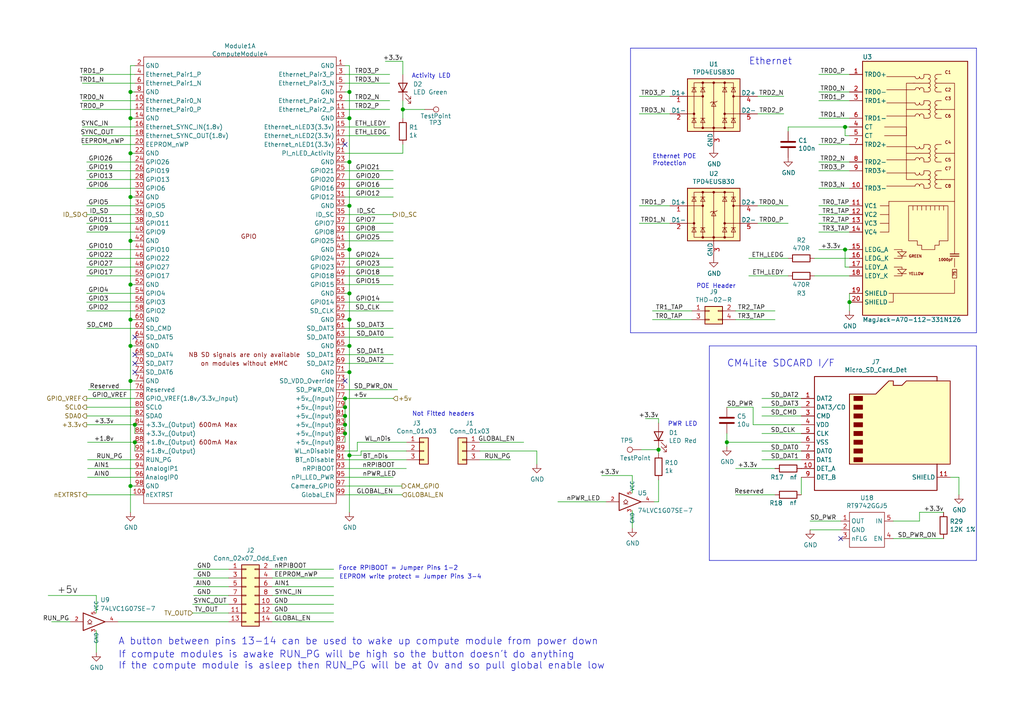
<source format=kicad_sch>
(kicad_sch (version 20250114) (generator "eeschema") (generator_version "9.0")
  (paper "A4")
  (title_block (title "Compute Module 4 IO Board - GPIO - Ethernet") (rev "1") (company "© 2020-2022 Raspberry Pi Ltd (formerly Raspberry Pi (Trading) Ltd.)") (comment 1 "www.raspberrypi.com"))
  (lib_symbols
    (symbol "CM4IO:74LVC1G07_copy"
      (property "Reference" "U" (at -2.54 3.81 0))
      (property "Value" "74LVC1G07_copy" (at 0 -3.81 0))
      (symbol "74LVC1G07_copy_1_1"
        (pin input line (at -7.62 0 0) (length 3.81) (name "~") (number "2"))
        (pin power_in line (at 0 2.54 90) (length 0) (name "VCC") (number "5"))
        (pin power_in line (at 0 -2.54 270) (length 0) (name "GND") (number "3"))
        (pin open_collector line (at 6.35 0 180) (length 3.81) (name "~") (number "4"))
      )
    )
    (symbol "CM4IO:ComputeModule4-CM4"
      (property "Reference" "Module" (at 113.03 -68.58 0))
      (property "Value" "ComputeModule4-CM4" (at 140.97 2.54 0))
      (property "Field4" "Hirose" (at 0 0 0))
      (property "Field5" "2x DF40C-100DS-0.4V" (at 0 -2.54 0))
      (symbol "ComputeModule4-CM4_1_0"
        (text "GPIO" (at 0 6.35 0) (effects (font (size 1.27 1.27))))
      )
      (symbol "ComputeModule4-CM4_1_1"
        (text "600mA Max" (at -8.89 -48.26 0) (effects (font (size 1.27 1.27))))
        (text "600mA Max" (at -8.89 -53.34 0) (effects (font (size 1.27 1.27))))
        (text "NB SD signals are only available" (at -1.27 -27.94 0) (effects (font (size 1.27 1.27))))
        (text "on modules without eMMC" (at -1.27 -30.48 0) (effects (font (size 1.27 1.27))))
        (pin power_in line (at -33.02 55.88 0) (length 2.54) (name "GND") (number "2"))
        (pin passive line (at -33.02 53.34 0) (length 2.54) (name "Ethernet_Pair1_P") (number "4"))
        (pin passive line (at -33.02 50.8 0) (length 2.54) (name "Ethernet_Pair1_N") (number "6"))
        (pin power_in line (at -33.02 48.26 0) (length 2.54) (name "GND") (number "8"))
        (pin passive line (at -33.02 45.72 0) (length 2.54) (name "Ethernet_Pair0_N") (number "10"))
        (pin passive line (at -33.02 43.18 0) (length 2.54) (name "Ethernet_Pair0_P") (number "12"))
        (pin power_in line (at -33.02 40.64 0) (length 2.54) (name "GND") (number "14"))
        (pin input line (at -33.02 38.1 0) (length 2.54) (name "Ethernet_SYNC_IN(1.8v)") (number "16"))
        (pin input line (at -33.02 35.56 0) (length 2.54) (name "Ethernet_SYNC_OUT(1.8v)") (number "18"))
        (pin passive line (at -33.02 33.02 0) (length 2.54) (name "EEPROM_nWP") (number "20"))
        (pin power_in line (at -33.02 30.48 0) (length 2.54) (name "GND") (number "22"))
        (pin passive line (at -33.02 27.94 0) (length 2.54) (name "GPIO26") (number "24"))
        (pin passive line (at -33.02 25.4 0) (length 2.54) (name "GPIO19") (number "26"))
        (pin passive line (at -33.02 22.86 0) (length 2.54) (name "GPIO13") (number "28"))
        (pin passive line (at -33.02 20.32 0) (length 2.54) (name "GPIO6") (number "30"))
        (pin power_in line (at -33.02 17.78 0) (length 2.54) (name "GND") (number "32"))
        (pin passive line (at -33.02 15.24 0) (length 2.54) (name "GPIO5") (number "34"))
        (pin passive line (at -33.02 12.7 0) (length 2.54) (name "ID_SD") (number "36"))
        (pin passive line (at -33.02 10.16 0) (length 2.54) (name "GPIO11") (number "38"))
        (pin passive line (at -33.02 7.62 0) (length 2.54) (name "GPIO9") (number "40"))
        (pin power_in line (at -33.02 5.08 0) (length 2.54) (name "GND") (number "42"))
        (pin passive line (at -33.02 2.54 0) (length 2.54) (name "GPIO10") (number "44"))
        (pin passive line (at -33.02 0 0) (length 2.54) (name "GPIO22") (number "46"))
        (pin passive line (at -33.02 -2.54 0) (length 2.54) (name "GPIO27") (number "48"))
        (pin passive line (at -33.02 -5.08 0) (length 2.54) (name "GPIO17") (number "50"))
        (pin power_in line (at -33.02 -7.62 0) (length 2.54) (name "GND") (number "52"))
        (pin passive line (at -33.02 -10.16 0) (length 2.54) (name "GPIO4") (number "54"))
        (pin passive line (at -33.02 -12.7 0) (length 2.54) (name "GPIO3") (number "56"))
        (pin passive line (at -33.02 -15.24 0) (length 2.54) (name "GPIO2") (number "58"))
        (pin power_in line (at -33.02 -17.78 0) (length 2.54) (name "GND") (number "60"))
        (pin passive line (at -33.02 -20.32 0) (length 2.54) (name "SD_CMD") (number "62"))
        (pin passive line (at -33.02 -22.86 0) (length 2.54) (name "SD_DAT5") (number "64"))
        (pin power_in line (at -33.02 -25.4 0) (length 2.54) (name "GND") (number "66"))
        (pin passive line (at -33.02 -27.94 0) (length 2.54) (name "SD_DAT4") (number "68"))
        (pin passive line (at -33.02 -30.48 0) (length 2.54) (name "SD_DAT7") (number "70"))
        (pin passive line (at -33.02 -33.02 0) (length 2.54) (name "SD_DAT6") (number "72"))
        (pin power_in line (at -33.02 -35.56 0) (length 2.54) (name "GND") (number "74"))
        (pin passive line (at -33.02 -38.1 0) (length 2.54) (name "Reserved") (number "76"))
        (pin power_in line (at -33.02 -40.64 0) (length 2.54) (name "GPIO_VREF(1.8v/3.3v_Input)") (number "78"))
        (pin passive line (at -33.02 -43.18 0) (length 2.54) (name "SCL0") (number "80"))
        (pin passive line (at -33.02 -45.72 0) (length 2.54) (name "SDA0") (number "82"))
        (pin power_out line (at -33.02 -48.26 0) (length 2.54) (name "+3.3v_(Output)") (number "84"))
        (pin power_out line (at -33.02 -50.8 0) (length 2.54) (name "+3.3v_(Output)") (number "86"))
        (pin power_out line (at -33.02 -53.34 0) (length 2.54) (name "+1.8v_(Output)") (number "88"))
        (pin power_out line (at -33.02 -55.88 0) (length 2.54) (name "+1.8v_(Output)") (number "90"))
        (pin passive line (at -33.02 -58.42 0) (length 2.54) (name "RUN_PG") (number "92"))
        (pin passive line (at -33.02 -60.96 0) (length 2.54) (name "AnalogIP1") (number "94"))
        (pin passive line (at -33.02 -63.5 0) (length 2.54) (name "AnalogIP0") (number "96"))
        (pin power_in line (at -33.02 -66.04 0) (length 2.54) (name "GND") (number "98"))
        (pin output line (at -33.02 -68.58 0) (length 2.54) (name "nEXTRST") (number "100"))
        (pin power_in line (at 27.94 55.88 180) (length 2.54) (name "GND") (number "1"))
        (pin passive line (at 27.94 53.34 180) (length 2.54) (name "Ethernet_Pair3_P") (number "3"))
        (pin passive line (at 27.94 50.8 180) (length 2.54) (name "Ethernet_Pair3_N") (number "5"))
        (pin power_in line (at 27.94 48.26 180) (length 2.54) (name "GND") (number "7"))
        (pin passive line (at 27.94 45.72 180) (length 2.54) (name "Ethernet_Pair2_N") (number "9"))
        (pin passive line (at 27.94 43.18 180) (length 2.54) (name "Ethernet_Pair2_P") (number "11"))
        (pin power_in line (at 27.94 40.64 180) (length 2.54) (name "GND") (number "13"))
        (pin output line (at 27.94 38.1 180) (length 2.54) (name "Ethernet_nLED3(3.3v)") (number "15"))
        (pin output line (at 27.94 35.56 180) (length 2.54) (name "Ethernet_nLED2(3.3v)") (number "17"))
        (pin output line (at 27.94 33.02 180) (length 2.54) (name "Ethernet_nLED1(3.3v)") (number "19"))
        (pin open_collector line (at 27.94 30.48 180) (length 2.54) (name "PI_nLED_Activity") (number "21"))
        (pin power_in line (at 27.94 27.94 180) (length 2.54) (name "GND") (number "23"))
        (pin passive line (at 27.94 25.4 180) (length 2.54) (name "GPIO21") (number "25"))
        (pin passive line (at 27.94 22.86 180) (length 2.54) (name "GPIO20") (number "27"))
        (pin passive line (at 27.94 20.32 180) (length 2.54) (name "GPIO16") (number "29"))
        (pin passive line (at 27.94 17.78 180) (length 2.54) (name "GPIO12") (number "31"))
        (pin power_in line (at 27.94 15.24 180) (length 2.54) (name "GND") (number "33"))
        (pin passive line (at 27.94 12.7 180) (length 2.54) (name "ID_SC") (number "35"))
        (pin passive line (at 27.94 10.16 180) (length 2.54) (name "GPIO7") (number "37"))
        (pin passive line (at 27.94 7.62 180) (length 2.54) (name "GPIO8") (number "39"))
        (pin passive line (at 27.94 5.08 180) (length 2.54) (name "GPIO25") (number "41"))
        (pin power_in line (at 27.94 2.54 180) (length 2.54) (name "GND") (number "43"))
        (pin passive line (at 27.94 0 180) (length 2.54) (name "GPIO24") (number "45"))
        (pin passive line (at 27.94 -2.54 180) (length 2.54) (name "GPIO23") (number "47"))
        (pin passive line (at 27.94 -5.08 180) (length 2.54) (name "GPIO18") (number "49"))
        (pin passive line (at 27.94 -7.62 180) (length 2.54) (name "GPIO15") (number "51"))
        (pin power_in line (at 27.94 -10.16 180) (length 2.54) (name "GND") (number "53"))
        (pin passive line (at 27.94 -12.7 180) (length 2.54) (name "GPIO14") (number "55"))
        (pin passive line (at 27.94 -15.24 180) (length 2.54) (name "SD_CLK") (number "57"))
        (pin power_in line (at 27.94 -17.78 180) (length 2.54) (name "GND") (number "59"))
        (pin passive line (at 27.94 -20.32 180) (length 2.54) (name "SD_DAT3") (number "61"))
        (pin passive line (at 27.94 -22.86 180) (length 2.54) (name "SD_DAT0") (number "63"))
        (pin power_in line (at 27.94 -25.4 180) (length 2.54) (name "GND") (number "65"))
        (pin passive line (at 27.94 -27.94 180) (length 2.54) (name "SD_DAT1") (number "67"))
        (pin passive line (at 27.94 -30.48 180) (length 2.54) (name "SD_DAT2") (number "69"))
        (pin power_in line (at 27.94 -33.02 180) (length 2.54) (name "GND") (number "71"))
        (pin input line (at 27.94 -35.56 180) (length 2.54) (name "SD_VDD_Override") (number "73"))
        (pin output line (at 27.94 -38.1 180) (length 2.54) (name "SD_PWR_ON") (number "75"))
        (pin power_in line (at 27.94 -40.64 180) (length 2.54) (name "+5v_(Input)") (number "77"))
        (pin power_in line (at 27.94 -43.18 180) (length 2.54) (name "+5v_(Input)") (number "79"))
        (pin power_in line (at 27.94 -45.72 180) (length 2.54) (name "+5v_(Input)") (number "81"))
        (pin power_in line (at 27.94 -48.26 180) (length 2.54) (name "+5v_(Input)") (number "83"))
        (pin power_in line (at 27.94 -50.8 180) (length 2.54) (name "+5v_(Input)") (number "85"))
        (pin power_in line (at 27.94 -53.34 180) (length 2.54) (name "+5v_(Input)") (number "87"))
        (pin input line (at 27.94 -55.88 180) (length 2.54) (name "WL_nDisable") (number "89"))
        (pin input line (at 27.94 -58.42 180) (length 2.54) (name "BT_nDisable") (number "91"))
        (pin input line (at 27.94 -60.96 180) (length 2.54) (name "nRPIBOOT") (number "93"))
        (pin output line (at 27.94 -63.5 180) (length 2.54) (name "nPI_LED_PWR") (number "95"))
        (pin passive line (at 27.94 -66.04 180) (length 2.54) (name "Camera_GPIO") (number "97"))
        (pin input line (at 27.94 -68.58 180) (length 2.54) (name "Global_EN") (number "99"))
      )
      (symbol "ComputeModule4-CM4_2_1"
        (text "High Speed Serial" (at 140.97 0 0) (effects (font (size 1.27 1.27))))
        (pin input line (at 109.22 60.96 0) (length 5.08) (name "PCIe_CLK_nREQ") (number "102"))
        (pin passive line (at 109.22 58.42 0) (length 5.08) (name "Reserved") (number "104"))
        (pin passive line (at 109.22 55.88 0) (length 5.08) (name "Reserved") (number "106"))
        (pin power_in line (at 109.22 53.34 0) (length 5.08) (name "GND") (number "108"))
        (pin output line (at 109.22 50.8 0) (length 5.08) (name "PCIe_CLK_P") (number "110"))
        (pin output line (at 109.22 48.26 0) (length 5.08) (name "PCIe_CLK_N") (number "112"))
        (pin power_in line (at 109.22 45.72 0) (length 5.08) (name "GND") (number "114"))
        (pin input line (at 109.22 43.18 0) (length 5.08) (name "PCIe_RX_P") (number "116"))
        (pin input line (at 109.22 40.64 0) (length 5.08) (name "PCIe_RX_N") (number "118"))
        (pin power_in line (at 109.22 38.1 0) (length 5.08) (name "GND") (number "120"))
        (pin output line (at 109.22 35.56 0) (length 5.08) (name "PCIe_TX_P") (number "122"))
        (pin output line (at 109.22 33.02 0) (length 5.08) (name "PCIe_TX_N") (number "124"))
        (pin power_in line (at 109.22 30.48 0) (length 5.08) (name "GND") (number "126"))
        (pin input line (at 109.22 27.94 0) (length 5.08) (name "CAM0_D0_N") (number "128"))
        (pin input line (at 109.22 25.4 0) (length 5.08) (name "CAM0_D0_P") (number "130"))
        (pin power_in line (at 109.22 22.86 0) (length 5.08) (name "GND") (number "132"))
        (pin input line (at 109.22 20.32 0) (length 5.08) (name "CAM0_D1_N") (number "134"))
        (pin input line (at 109.22 17.78 0) (length 5.08) (name "CAM0_D1_P") (number "136"))
        (pin power_in line (at 109.22 15.24 0) (length 5.08) (name "GND") (number "138"))
        (pin input line (at 109.22 12.7 0) (length 5.08) (name "CAM0_C_N") (number "140"))
        (pin input line (at 109.22 10.16 0) (length 5.08) (name "CAM0_C_P") (number "142"))
        (pin power_in line (at 109.22 7.62 0) (length 5.08) (name "GND") (number "144"))
        (pin output line (at 109.22 5.08 0) (length 5.08) (name "HDMI1_TX2_P") (number "146"))
        (pin output line (at 109.22 2.54 0) (length 5.08) (name "HDMI1_TX2_N") (number "148"))
        (pin power_in line (at 109.22 0 0) (length 5.08) (name "GND") (number "150"))
        (pin output line (at 109.22 -2.54 0) (length 5.08) (name "HDMI1_TX1_P") (number "152"))
        (pin output line (at 109.22 -5.08 0) (length 5.08) (name "HDMI1_TX1_N") (number "154"))
        (pin power_in line (at 109.22 -7.62 0) (length 5.08) (name "GND") (number "156"))
        (pin output line (at 109.22 -10.16 0) (length 5.08) (name "HDMI1_TX0_P") (number "158"))
        (pin output line (at 109.22 -12.7 0) (length 5.08) (name "HDMI1_TX0_N") (number "160"))
        (pin power_in line (at 109.22 -15.24 0) (length 5.08) (name "GND") (number "162"))
        (pin output line (at 109.22 -17.78 0) (length 5.08) (name "HDMI1_CLK_P") (number "164"))
        (pin output line (at 109.22 -20.32 0) (length 5.08) (name "HDMI1_CLK_N") (number "166"))
        (pin power_in line (at 109.22 -22.86 0) (length 5.08) (name "GND") (number "168"))
        (pin output line (at 109.22 -25.4 0) (length 5.08) (name "HDMI0_TX2_P") (number "170"))
        (pin output line (at 109.22 -27.94 0) (length 5.08) (name "HDMI0_TX2_N") (number "172"))
        (pin power_in line (at 109.22 -30.48 0) (length 5.08) (name "GND") (number "174"))
        (pin output line (at 109.22 -33.02 0) (length 5.08) (name "HDMI0_TX1_P") (number "176"))
        (pin output line (at 109.22 -35.56 0) (length 5.08) (name "HDMI0_TX1_N") (number "178"))
        (pin power_in line (at 109.22 -38.1 0) (length 5.08) (name "GND") (number "180"))
        (pin output line (at 109.22 -40.64 0) (length 5.08) (name "HDMI0_TX0_P") (number "182"))
        (pin output line (at 109.22 -43.18 0) (length 5.08) (name "HDMI0_TX0_N") (number "184"))
        (pin power_in line (at 109.22 -45.72 0) (length 5.08) (name "GND") (number "186"))
        (pin output line (at 109.22 -48.26 0) (length 5.08) (name "HDMI0_CLK_P") (number "188"))
        (pin output line (at 109.22 -50.8 0) (length 5.08) (name "HDMI0_CLK_N") (number "190"))
        (pin power_in line (at 109.22 -53.34 0) (length 5.08) (name "GND") (number "192"))
        (pin output line (at 109.22 -55.88 0) (length 5.08) (name "DSI1_D3_N") (number "194"))
        (pin output line (at 109.22 -58.42 0) (length 5.08) (name "DSI1_D3_P") (number "196"))
        (pin power_in line (at 109.22 -60.96 0) (length 5.08) (name "GND") (number "198"))
        (pin open_collector line (at 109.22 -63.5 0) (length 5.08) (name "HDMI0_SCL") (number "200"))
        (pin input line (at 170.18 60.96 180) (length 5.08) (name "USB_OTG_ID") (number "101"))
        (pin passive line (at 170.18 58.42 180) (length 5.08) (name "USB2_N") (number "103"))
        (pin passive line (at 170.18 55.88 180) (length 5.08) (name "USB2_P") (number "105"))
        (pin power_in line (at 170.18 53.34 180) (length 5.08) (name "GND") (number "107"))
        (pin bidirectional line (at 170.18 50.8 180) (length 5.08) (name "PCIe_nRST") (number "109"))
        (pin passive line (at 170.18 48.26 180) (length 5.08) (name "VDAC_COMP") (number "111"))
        (pin power_in line (at 170.18 45.72 180) (length 5.08) (name "GND") (number "113"))
        (pin input line (at 170.18 43.18 180) (length 5.08) (name "CAM1_D0_N") (number "115"))
        (pin input line (at 170.18 40.64 180) (length 5.08) (name "CAM1_D0_P") (number "117"))
        (pin power_in line (at 170.18 38.1 180) (length 5.08) (name "GND") (number "119"))
        (pin input line (at 170.18 35.56 180) (length 5.08) (name "CAM1_D1_N") (number "121"))
        (pin input line (at 170.18 33.02 180) (length 5.08) (name "CAM1_D1_P") (number "123"))
        (pin power_in line (at 170.18 30.48 180) (length 5.08) (name "GND") (number "125"))
        (pin input line (at 170.18 27.94 180) (length 5.08) (name "CAM1_C_N") (number "127"))
        (pin input line (at 170.18 25.4 180) (length 5.08) (name "CAM1_C_P") (number "129"))
        (pin power_in line (at 170.18 22.86 180) (length 5.08) (name "GND") (number "131"))
        (pin input line (at 170.18 20.32 180) (length 5.08) (name "CAM1_D2_N") (number "133"))
        (pin input line (at 170.18 17.78 180) (length 5.08) (name "CAM1_D2_P") (number "135"))
        (pin power_in line (at 170.18 15.24 180) (length 5.08) (name "GND") (number "137"))
        (pin input line (at 170.18 12.7 180) (length 5.08) (name "CAM1_D3_N") (number "139"))
        (pin input line (at 170.18 10.16 180) (length 5.08) (name "CAM1_D3_P") (number "141"))
        (pin input line (at 170.18 7.62 180) (length 5.08) (name "HDMI1_HOTPLUG") (number "143"))
        (pin bidirectional line (at 170.18 5.08 180) (length 5.08) (name "HDMI1_SDA") (number "145"))
        (pin open_collector line (at 170.18 2.54 180) (length 5.08) (name "HDMI1_SCL") (number "147"))
        (pin open_collector line (at 170.18 0 180) (length 5.08) (name "HDMI1_CEC") (number "149"))
        (pin open_collector line (at 170.18 -2.54 180) (length 5.08) (name "HDMI0_CEC") (number "151"))
        (pin input line (at 170.18 -5.08 180) (length 5.08) (name "HDMI0_HOTPLUG") (number "153"))
        (pin power_in line (at 170.18 -7.62 180) (length 5.08) (name "GND") (number "155"))
        (pin output line (at 170.18 -10.16 180) (length 5.08) (name "DSI0_D0_N") (number "157"))
        (pin output line (at 170.18 -12.7 180) (length 5.08) (name "DSI0_D0_P") (number "159"))
        (pin power_in line (at 170.18 -15.24 180) (length 5.08) (name "GND") (number "161"))
        (pin output line (at 170.18 -17.78 180) (length 5.08) (name "DSI0_D1_N") (number "163"))
        (pin output line (at 170.18 -20.32 180) (length 5.08) (name "DSI0_D1_P") (number "165"))
        (pin power_in line (at 170.18 -22.86 180) (length 5.08) (name "GND") (number "167"))
        (pin output line (at 170.18 -25.4 180) (length 5.08) (name "DSI0_C_N") (number "169"))
        (pin output line (at 170.18 -27.94 180) (length 5.08) (name "DSI0_C_P") (number "171"))
        (pin power_in line (at 170.18 -30.48 180) (length 5.08) (name "GND") (number "173"))
        (pin output line (at 170.18 -33.02 180) (length 5.08) (name "DSI1_D0_N") (number "175"))
        (pin output line (at 170.18 -35.56 180) (length 5.08) (name "DSI1_D0_P") (number "177"))
        (pin power_in line (at 170.18 -38.1 180) (length 5.08) (name "GND") (number "179"))
        (pin output line (at 170.18 -40.64 180) (length 5.08) (name "DSI1_D1_N") (number "181"))
        (pin output line (at 170.18 -43.18 180) (length 5.08) (name "DSI1_D1_P") (number "183"))
        (pin power_in line (at 170.18 -45.72 180) (length 5.08) (name "GND") (number "185"))
        (pin output line (at 170.18 -48.26 180) (length 5.08) (name "DSI1_C_N") (number "187"))
        (pin output line (at 170.18 -50.8 180) (length 5.08) (name "DSI1_C_P") (number "189"))
        (pin power_in line (at 170.18 -53.34 180) (length 5.08) (name "GND") (number "191"))
        (pin output line (at 170.18 -55.88 180) (length 5.08) (name "DSI1_D2_N") (number "193"))
        (pin output line (at 170.18 -58.42 180) (length 5.08) (name "DSI1_D2_P") (number "195"))
        (pin power_in line (at 170.18 -60.96 180) (length 5.08) (name "GND") (number "197"))
        (pin bidirectional line (at 170.18 -63.5 180) (length 5.08) (name "HDMI0_SDA") (number "199"))
      )
    )
    (symbol "CM4IO:MagJack-A70-112-331N126"
      (property "Reference" "U" (at 0 0 0))
      (property "Value" "MagJack-A70-112-331N126" (at 0 0 0))
      (symbol "MagJack-A70-112-331N126_1_1"
        (text "GREEN" (at -4.445 18.415 0) (effects (font (size 0.762 0.762)) (justify left)))
        (text "YELLOW" (at -4.445 13.335 0) (effects (font (size 0.762 0.762)) (justify left)))
        (text "1000pF" (at 6.35 17.399 0) (effects (font (size 0.762 0.762))))
        (text "C1" (at 6.985 71.755 0) (effects (font (size 0.889 0.889))))
        (text "C2" (at 6.985 66.675 0) (effects (font (size 0.889 0.889))))
        (text "C3" (at 6.985 64.135 0) (effects (font (size 0.889 0.889))))
        (text "C6" (at 6.985 59.055 0) (effects (font (size 0.889 0.889))))
        (text "C4" (at 6.985 51.435 0) (effects (font (size 0.889 0.889))))
        (text "C5" (at 6.985 46.355 0) (effects (font (size 0.889 0.889))))
        (text "C7" (at 6.985 43.815 0) (effects (font (size 0.889 0.889))))
        (text "C8" (at 6.985 38.735 0) (effects (font (size 0.889 0.889))))
        (text "75" (at 8.89 13.335 900) (effects (font (size 0.762 0.762))))
        (pin passive line (at -21.59 71.12 0) (length 3.81) (name "TRD0+") (number "1"))
        (pin passive line (at -21.59 66.04 0) (length 3.81) (name "TRD0-") (number "2"))
        (pin passive line (at -21.59 63.5 0) (length 3.81) (name "TRD1+") (number "3"))
        (pin passive line (at -21.59 58.42 0) (length 3.81) (name "TRD1-") (number "6"))
        (pin passive line (at -21.59 55.88 0) (length 3.81) (name "CT") (number "4"))
        (pin passive line (at -21.59 53.34 0) (length 3.81) (name "CT") (number "5"))
        (pin passive line (at -21.59 50.8 0) (length 3.81) (name "TRD2+") (number "7"))
        (pin passive line (at -21.59 45.72 0) (length 3.81) (name "TRD2-") (number "8"))
        (pin passive line (at -21.59 43.18 0) (length 3.81) (name "TRD3+") (number "9"))
        (pin passive line (at -21.59 38.1 0) (length 3.81) (name "TRD3-") (number "10"))
        (pin passive line (at -21.59 33.02 0) (length 3.81) (name "VC1") (number "11"))
        (pin passive line (at -21.59 30.48 0) (length 3.81) (name "VC2") (number "12"))
        (pin passive line (at -21.59 27.94 0) (length 3.81) (name "VC3") (number "13"))
        (pin passive line (at -21.59 25.4 0) (length 3.81) (name "VC4") (number "14"))
        (pin passive line (at -21.59 20.32 0) (length 3.81) (name "LEDG_A") (number "15"))
        (pin passive line (at -21.59 17.78 0) (length 3.81) (name "LEDG_K") (number "16"))
        (pin passive line (at -21.59 15.24 0) (length 3.81) (name "LEDY_A") (number "17"))
        (pin passive line (at -21.59 12.7 0) (length 3.81) (name "LEDY_K") (number "18"))
        (pin passive line (at -21.59 7.62 0) (length 3.81) (name "SHIELD") (number "19"))
        (pin passive line (at -21.59 5.08 0) (length 3.81) (name "SHIELD") (number "20"))
      )
    )
    (symbol "CM4IO:RT9742GGJ5"
      (property "Reference" "U" (at 0 0 0))
      (property "Value" "RT9742GGJ5" (at 0 0 0))
      (symbol "RT9742GGJ5_0_0"
        (pin power_out line (at -8.89 10.16 0) (length 2.54) (name "OUT") (number "1"))
        (pin power_in line (at -8.89 7.62 0) (length 2.54) (name "GND") (number "2"))
        (pin open_collector line (at -8.89 5.08 0) (length 2.54) (name "nFLG") (number "3"))
        (pin power_in line (at 6.35 10.16 180) (length 2.54) (name "IN") (number "5"))
        (pin input line (at 6.35 5.08 180) (length 2.54) (name "EN") (number "4"))
      )
    )
    (symbol "CM4IO:TPD4EUSB30" (pin_names (offset 0))
      (property "Reference" "U" (at -0.635 8.89 0))
      (property "Value" "TPD4EUSB30" (at 8.89 -10.16 0))
      (symbol "TPD4EUSB30_1_1"
        (pin passive line (at -12.7 2.54 0) (length 5.08) (name "D1+") (number "1"))
        (pin passive line (at -12.7 2.54 0) (length 5.08) (hide yes) (name "~") (number "10"))
        (pin passive line (at -12.7 -2.54 0) (length 5.08) (name "D1-") (number "2"))
        (pin passive line (at -12.7 -2.54 0) (length 5.08) (hide yes) (name "~") (number "9"))
        (pin power_in line (at 0 -12.7 90) (length 5.08) (name "GND") (number "3"))
        (pin passive line (at 0 -12.7 90) (length 5.08) (hide yes) (name "GND") (number "8"))
        (pin passive line (at 12.7 2.54 180) (length 5.08) (name "D2+") (number "4"))
        (pin passive line (at 12.7 2.54 180) (length 5.08) (hide yes) (name "~") (number "7"))
        (pin passive line (at 12.7 -2.54 180) (length 5.08) (name "D2-") (number "5"))
        (pin passive line (at 12.7 -2.54 180) (length 5.08) (hide yes) (name "~") (number "6"))
      )
    )
    (symbol "Connector:Micro_SD_Card_Det"
      (property "Reference" "J" (at -16.51 17.78 0))
      (property "Value" "Micro_SD_Card_Det" (at 16.51 17.78 0))
      (symbol "Micro_SD_Card_Det_1_1"
        (pin bidirectional line (at -22.86 10.16 0) (length 3.81) (name "DAT2") (number "1"))
        (pin bidirectional line (at -22.86 7.62 0) (length 3.81) (name "DAT3/CD") (number "2"))
        (pin input line (at -22.86 5.08 0) (length 3.81) (name "CMD") (number "3"))
        (pin power_in line (at -22.86 2.54 0) (length 3.81) (name "VDD") (number "4"))
        (pin input line (at -22.86 0 0) (length 3.81) (name "CLK") (number "5"))
        (pin power_in line (at -22.86 -2.54 0) (length 3.81) (name "VSS") (number "6"))
        (pin bidirectional line (at -22.86 -5.08 0) (length 3.81) (name "DAT0") (number "7"))
        (pin bidirectional line (at -22.86 -7.62 0) (length 3.81) (name "DAT1") (number "8"))
        (pin passive line (at -22.86 -10.16 0) (length 3.81) (name "DET_A") (number "10"))
        (pin passive line (at -22.86 -12.7 0) (length 3.81) (name "DET_B") (number "9"))
        (pin passive line (at 20.32 -12.7 180) (length 3.81) (name "SHIELD") (number "11"))
      )
    )
    (symbol "Connector:TestPoint" (pin_numbers (hide yes)) (pin_names (offset 0.762) (hide yes))
      (property "Reference" "TP" (at 0 6.858 0))
      (property "Value" "TestPoint" (at 0 5.08 0))
      (symbol "TestPoint_1_1"
        (pin passive line (at 0 0 90) (length 2.54) (name "1") (number "1"))
      )
    )
    (symbol "Connector_Generic:Conn_01x03" (pin_names (hide yes))
      (property "Reference" "J" (at 0 5.08 0))
      (property "Value" "Conn_01x03" (at 0 -5.08 0))
      (symbol "Conn_01x03_1_1"
        (pin passive line (at -5.08 2.54 0) (length 3.81) (name "Pin_1") (number "1"))
        (pin passive line (at -5.08 0 0) (length 3.81) (name "Pin_2") (number "2"))
        (pin passive line (at -5.08 -2.54 0) (length 3.81) (name "Pin_3") (number "3"))
      )
    )
    (symbol "Connector_Generic:Conn_02x02_Odd_Even" (pin_names (hide yes))
      (property "Reference" "J" (at 1.27 2.54 0))
      (property "Value" "Conn_02x02_Odd_Even" (at 1.27 -5.08 0))
      (symbol "Conn_02x02_Odd_Even_1_1"
        (pin passive line (at -5.08 0 0) (length 3.81) (name "Pin_1") (number "1"))
        (pin passive line (at -5.08 -2.54 0) (length 3.81) (name "Pin_3") (number "3"))
        (pin passive line (at 7.62 0 180) (length 3.81) (name "Pin_2") (number "2"))
        (pin passive line (at 7.62 -2.54 180) (length 3.81) (name "Pin_4") (number "4"))
      )
    )
    (symbol "Connector_Generic:Conn_02x07_Odd_Even" (pin_names (hide yes))
      (property "Reference" "J" (at 1.27 10.16 0))
      (property "Value" "Conn_02x07_Odd_Even" (at 1.27 -10.16 0))
      (symbol "Conn_02x07_Odd_Even_1_1"
        (pin passive line (at -5.08 7.62 0) (length 3.81) (name "Pin_1") (number "1"))
        (pin passive line (at -5.08 5.08 0) (length 3.81) (name "Pin_3") (number "3"))
        (pin passive line (at -5.08 2.54 0) (length 3.81) (name "Pin_5") (number "5"))
        (pin passive line (at -5.08 0 0) (length 3.81) (name "Pin_7") (number "7"))
        (pin passive line (at -5.08 -2.54 0) (length 3.81) (name "Pin_9") (number "9"))
        (pin passive line (at -5.08 -5.08 0) (length 3.81) (name "Pin_11") (number "11"))
        (pin passive line (at -5.08 -7.62 0) (length 3.81) (name "Pin_13") (number "13"))
        (pin passive line (at 7.62 7.62 180) (length 3.81) (name "Pin_2") (number "2"))
        (pin passive line (at 7.62 5.08 180) (length 3.81) (name "Pin_4") (number "4"))
        (pin passive line (at 7.62 2.54 180) (length 3.81) (name "Pin_6") (number "6"))
        (pin passive line (at 7.62 0 180) (length 3.81) (name "Pin_8") (number "8"))
        (pin passive line (at 7.62 -2.54 180) (length 3.81) (name "Pin_10") (number "10"))
        (pin passive line (at 7.62 -5.08 180) (length 3.81) (name "Pin_12") (number "12"))
        (pin passive line (at 7.62 -7.62 180) (length 3.81) (name "Pin_14") (number "14"))
      )
    )
    (symbol "Device:C" (pin_numbers (hide yes)) (pin_names (offset 0.254))
      (property "Reference" "C" (at 0.635 2.54 0))
      (property "Value" "C" (at 0.635 -2.54 0))
      (symbol "C_1_1"
        (pin passive line (at 0 3.81 270) (length 2.794) (name "~") (number "1"))
        (pin passive line (at 0 -3.81 90) (length 2.794) (name "~") (number "2"))
      )
    )
    (symbol "Device:LED" (pin_numbers (hide yes)) (pin_names (hide yes))
      (property "Reference" "D" (at 0 2.54 0))
      (property "Value" "LED" (at 0 -2.54 0))
      (symbol "LED_1_1"
        (pin passive line (at -3.81 0 0) (length 2.54) (name "K") (number "1"))
        (pin passive line (at 3.81 0 180) (length 2.54) (name "A") (number "2"))
      )
    )
    (symbol "Device:R" (pin_numbers (hide yes)) (pin_names (offset 0))
      (property "Reference" "R" (at 2.032 0 90))
      (property "Value" "R" (at 0 0 90))
      (symbol "R_1_1"
        (pin passive line (at 0 3.81 270) (length 1.27) (name "~") (number "1"))
        (pin passive line (at 0 -3.81 90) (length 1.27) (name "~") (number "2"))
      )
    )
    (symbol "power:GND" (power) (pin_names (offset 0))
      (property "Value" "GND" (at 0 -3.81 0))
      (symbol "GND_1_1"
        (pin power_in line (at 0 0 270) (length 0) (hide yes) (name "GND") (number "1"))
      )
    )
  )
  (text "PWR LED" (at 193.675 123.825 0) (effects (font (size 1.27 1.27)) (justify left bottom)))
  (text "Ethernet POE\nProtection" (at 189.23 48.26 0) (effects (font (size 1.27 1.27)) (justify left bottom)))
  (text "CM4Lite SDCARD I/F" (at 210.82 106.68 0) (effects (font (size 2.007 2.007)) (justify left bottom)))
  (text "Ethernet" (at 217.17 19.05 0) (effects (font (size 2.0066 2.0066)) (justify left bottom)))
  (text "Activity LED" (at 119.38 22.86 0) (effects (font (size 1.27 1.27)) (justify left bottom)))
  (text "EEPROM write protect = Jumper Pins 3-4\n\n" (at 139.7 170.18 0) (effects (font (size 1.27 1.27)) (justify right bottom)))
  (text "Not Fitted headers" (at 137.668 120.904 0) (effects (font (size 1.27 1.27)) (justify right bottom)))
  (text "A button between pins 13-14 can be used to wake up compute module from power down\n\n" (at 34.29 190.5 0) (effects (font (size 2.007 2.007)) (justify left bottom)))
  (text "If compute modules is awake RUN_PG will be high so the button doesn't do anything\nIf the compute module is asleep then RUN_PG will be at 0v and so pull global enable low" (at 34.29 194.31 0) (effects (font (size 2.007 2.007)) (justify left bottom)))
  (text "Force RPIBOOT = Jumper Pins 1-2 \n" (at 133.858 165.608 0) (effects (font (size 1.27 1.27)) (justify right bottom)))
  (text "POE Header" (at 201.93 83.82 0) (effects (font (size 1.27 1.27)) (justify left bottom)))
  (junction (at 37.846 92.71) (diameter 1.016))
  (junction (at 101.346 132.08) (diameter 1.016))
  (junction (at 101.346 59.69) (diameter 1.016))
  (junction (at 101.346 46.99) (diameter 1.016))
  (junction (at 101.346 72.39) (diameter 1.016))
  (junction (at 246.38 87.63) (diameter 1.016))
  (junction (at 101.346 26.67) (diameter 1.016))
  (junction (at 245.11 36.83) (diameter 1.016))
  (junction (at 100.076 125.73) (diameter 1.016))
  (junction (at 101.346 85.09) (diameter 1.016))
  (junction (at 37.846 69.85) (diameter 1.016))
  (junction (at 37.846 26.67) (diameter 1.016))
  (junction (at 100.076 120.65) (diameter 1.016))
  (junction (at 245.11 72.39) (diameter 1.016))
  (junction (at 37.846 100.33) (diameter 1.016))
  (junction (at 37.846 44.45) (diameter 1.016))
  (junction (at 39.116 123.19) (diameter 1.016))
  (junction (at 116.84 31.75) (diameter 1.016))
  (junction (at 101.346 107.95) (diameter 1.016))
  (junction (at 101.346 34.29) (diameter 1.016))
  (junction (at 191.008 130.429) (diameter 1.016))
  (junction (at 210.82 128.27) (diameter 1.016))
  (junction (at 101.346 92.71) (diameter 1.016))
  (junction (at 100.076 115.57) (diameter 1.016))
  (junction (at 100.076 123.19) (diameter 1.016))
  (junction (at 101.346 100.33) (diameter 1.016))
  (junction (at 37.846 82.55) (diameter 1.016))
  (junction (at 39.116 128.27) (diameter 1.016))
  (junction (at 37.846 110.49) (diameter 1.016))
  (junction (at 37.846 34.29) (diameter 1.016))
  (junction (at 37.846 57.15) (diameter 1.016))
  (junction (at 37.846 140.97) (diameter 1.016))
  (junction (at 100.076 118.11) (diameter 1.016))
  (no_connect (at 243.84 156.21))
  (no_connect (at 100.076 110.49))
  (no_connect (at 39.116 97.79))
  (no_connect (at 100.076 41.91))
  (no_connect (at 39.116 107.95))
  (no_connect (at 39.116 105.41))
  (no_connect (at 39.116 102.87))
  (wire (pts (xy 25.146 118.11) (xy 39.116 118.11)))
  (wire (pts (xy 23.876 36.83) (xy 39.116 36.83)))
  (wire (pts (xy 37.846 57.15) (xy 39.116 57.15)))
  (wire (pts (xy 78.994 175.26) (xy 96.774 175.26)))
  (wire (pts (xy 100.076 44.45) (xy 116.84 44.45)))
  (wire (pts (xy 237.49 21.59) (xy 246.38 21.59)))
  (wire (pts (xy 78.994 170.18) (xy 96.774 170.18)))
  (wire (pts (xy 56.134 167.64) (xy 66.294 167.64)))
  (wire (pts (xy 101.346 132.08) (xy 101.346 148.59)))
  (wire (pts (xy 100.076 21.59) (xy 113.03 21.59)))
  (wire (pts (xy 237.49 34.29) (xy 246.38 34.29)))
  (wire (pts (xy 245.11 72.39) (xy 246.38 72.39)))
  (wire (pts (xy 101.346 46.99) (xy 101.346 59.69)))
  (wire (pts (xy 37.846 44.45) (xy 37.846 57.15)))
  (polyline (pts (xy 283.21 13.97) (xy 283.21 96.52)) (stroke (width 0) (type solid)))
  (wire (pts (xy 100.076 85.09) (xy 101.346 85.09)))
  (wire (pts (xy 56.134 170.18) (xy 66.294 170.18)))
  (wire (pts (xy 25.146 90.17) (xy 39.116 90.17)))
  (wire (pts (xy 183.388 137.922) (xy 174.498 137.922)))
  (wire (pts (xy 27.94 172.72) (xy 27.94 177.8)))
  (wire (pts (xy 25.4 138.43) (xy 39.116 138.43)))
  (wire (pts (xy 100.076 80.01) (xy 114.046 80.01)))
  (wire (pts (xy 228.6 38.1) (xy 228.6 36.83)))
  (wire (pts (xy 103.632 128.27) (xy 117.856 128.27)))
  (wire (pts (xy 100.076 34.29) (xy 101.346 34.29)))
  (polyline (pts (xy 205.74 162.56) (xy 205.74 100.33)) (stroke (width 0) (type solid)))
  (wire (pts (xy 139.192 133.35) (xy 148.082 133.35)))
  (wire (pts (xy 25.146 115.57) (xy 39.116 115.57)))
  (wire (pts (xy 100.076 52.07) (xy 114.046 52.07)))
  (wire (pts (xy 101.346 85.09) (xy 101.346 92.71)))
  (wire (pts (xy 37.846 19.05) (xy 37.846 26.67)))
  (wire (pts (xy 100.076 36.83) (xy 113.03 36.83)))
  (wire (pts (xy 25.146 59.69) (xy 39.116 59.69)))
  (wire (pts (xy 100.076 87.63) (xy 114.046 87.63)))
  (wire (pts (xy 56.134 172.72) (xy 66.294 172.72)))
  (wire (pts (xy 100.076 133.35) (xy 117.856 133.35)))
  (wire (pts (xy 78.994 172.72) (xy 96.774 172.72)))
  (wire (pts (xy 37.846 69.85) (xy 39.116 69.85)))
  (wire (pts (xy 100.076 19.05) (xy 101.346 19.05)))
  (wire (pts (xy 25.4 133.35) (xy 39.116 133.35)))
  (wire (pts (xy 100.076 67.31) (xy 114.046 67.31)))
  (wire (pts (xy 100.076 107.95) (xy 101.346 107.95)))
  (wire (pts (xy 236.22 74.93) (xy 246.38 74.93)))
  (wire (pts (xy 23.876 39.37) (xy 39.116 39.37)))
  (wire (pts (xy 237.49 59.69) (xy 246.38 59.69)))
  (wire (pts (xy 100.076 140.97) (xy 116.586 140.97)))
  (wire (pts (xy 213.36 135.89) (xy 224.79 135.89)))
  (wire (pts (xy 100.076 46.99) (xy 101.346 46.99)))
  (wire (pts (xy 100.076 138.43) (xy 114.046 138.43)))
  (wire (pts (xy 101.346 132.08) (xy 104.7242 132.08)))
  (wire (pts (xy 100.076 26.67) (xy 101.346 26.67)))
  (wire (pts (xy 236.22 80.01) (xy 246.38 80.01)))
  (wire (pts (xy 266.7 148.59) (xy 266.7 151.13)))
  (wire (pts (xy 100.076 24.13) (xy 113.03 24.13)))
  (wire (pts (xy 39.116 19.05) (xy 37.846 19.05)))
  (wire (pts (xy 191.008 121.412) (xy 187.198 121.412)))
  (wire (pts (xy 25.4 128.27) (xy 39.116 128.27)))
  (wire (pts (xy 100.076 120.65) (xy 100.076 123.19)))
  (wire (pts (xy 34.29 180.34) (xy 66.294 180.34)))
  (wire (pts (xy 243.84 151.13) (xy 234.95 151.13)))
  (wire (pts (xy 100.076 82.55) (xy 114.046 82.55)))
  (wire (pts (xy 39.116 128.27) (xy 39.37 128.27)))
  (wire (pts (xy 39.116 140.97) (xy 37.846 140.97)))
  (wire (pts (xy 218.44 123.19) (xy 218.44 118.11)))
  (wire (pts (xy 25.146 46.99) (xy 39.116 46.99)))
  (wire (pts (xy 25.146 120.65) (xy 39.116 120.65)))
  (wire (pts (xy 213.36 90.17) (xy 224.79 90.17)))
  (wire (pts (xy 13.97 172.72) (xy 27.94 172.72)))
  (wire (pts (xy 194.31 64.77) (xy 185.42 64.77)))
  (wire (pts (xy 213.36 92.71) (xy 224.79 92.71)))
  (wire (pts (xy 232.41 138.43) (xy 232.41 143.51)))
  (wire (pts (xy 100.076 115.57) (xy 114.046 115.57)))
  (wire (pts (xy 78.994 180.34) (xy 96.774 180.34)))
  (wire (pts (xy 101.346 92.71) (xy 101.346 100.33)))
  (wire (pts (xy 37.846 82.55) (xy 39.116 82.55)))
  (wire (pts (xy 100.076 62.23) (xy 114.046 62.23)))
  (wire (pts (xy 101.346 72.39) (xy 101.346 85.09)))
  (wire (pts (xy 25.146 54.61) (xy 39.116 54.61)))
  (wire (pts (xy 100.076 69.85) (xy 114.046 69.85)))
  (wire (pts (xy 191.008 122.682) (xy 191.008 121.412)))
  (wire (pts (xy 237.49 67.31) (xy 246.38 67.31)))
  (wire (pts (xy 37.846 92.71) (xy 39.116 92.71)))
  (wire (pts (xy 56.134 165.1) (xy 66.294 165.1)))
  (wire (pts (xy 100.076 77.47) (xy 114.046 77.47)))
  (wire (pts (xy 37.846 110.49) (xy 37.846 140.97)))
  (wire (pts (xy 237.49 62.23) (xy 246.38 62.23)))
  (wire (pts (xy 245.11 77.47) (xy 245.11 72.39)))
  (wire (pts (xy 246.38 85.09) (xy 246.38 87.63)))
  (wire (pts (xy 100.076 125.73) (xy 100.076 128.27)))
  (wire (pts (xy 25.146 62.23) (xy 39.116 62.23)))
  (wire (pts (xy 114.046 90.17) (xy 100.076 90.17)))
  (wire (pts (xy 100.076 59.69) (xy 101.346 59.69)))
  (wire (pts (xy 237.49 64.77) (xy 246.38 64.77)))
  (wire (pts (xy 25.146 52.07) (xy 39.116 52.07)))
  (wire (pts (xy 139.192 130.81) (xy 155.702 130.81)))
  (wire (pts (xy 100.076 118.11) (xy 100.076 120.65)))
  (wire (pts (xy 25.146 95.25) (xy 39.116 95.25)))
  (wire (pts (xy 25.4 135.89) (xy 39.116 135.89)))
  (wire (pts (xy 183.388 148.082) (xy 183.388 153.162)))
  (wire (pts (xy 191.008 139.192) (xy 191.008 145.542)))
  (wire (pts (xy 259.08 156.21) (xy 273.685 156.21)))
  (wire (pts (xy 100.076 29.21) (xy 113.03 29.21)))
  (wire (pts (xy 232.41 133.35) (xy 220.98 133.35)))
  (wire (pts (xy 100.076 123.19) (xy 100.076 125.73)))
  (wire (pts (xy 23.876 41.91) (xy 39.116 41.91)))
  (wire (pts (xy 23.876 21.59) (xy 39.116 21.59)))
  (wire (pts (xy 237.49 26.67) (xy 246.38 26.67)))
  (wire (pts (xy 100.076 31.75) (xy 113.03 31.75)))
  (wire (pts (xy 191.008 130.302) (xy 191.008 130.429)))
  (wire (pts (xy 237.49 72.39) (xy 245.11 72.39)))
  (wire (pts (xy 25.146 85.09) (xy 39.116 85.09)))
  (wire (pts (xy 25.146 49.53) (xy 39.116 49.53)))
  (wire (pts (xy 243.84 153.67) (xy 234.95 153.67)))
  (wire (pts (xy 219.71 59.69) (xy 228.6 59.69)))
  (wire (pts (xy 78.994 167.64) (xy 96.774 167.64)))
  (wire (pts (xy 220.98 115.57) (xy 232.41 115.57)))
  (wire (pts (xy 100.076 39.37) (xy 113.03 39.37)))
  (wire (pts (xy 228.6 36.83) (xy 245.11 36.83)))
  (wire (pts (xy 55.88 177.8) (xy 66.294 177.8)))
  (wire (pts (xy 37.846 100.33) (xy 39.116 100.33)))
  (wire (pts (xy 191.008 145.542) (xy 189.738 145.542)))
  (polyline (pts (xy 283.21 100.33) (xy 283.21 162.56)) (stroke (width 0) (type solid)))
  (wire (pts (xy 185.42 27.94) (xy 194.31 27.94)))
  (wire (pts (xy 25.146 143.51) (xy 39.116 143.51)))
  (wire (pts (xy 100.076 113.03) (xy 115.316 113.03)))
  (wire (pts (xy 278.13 138.43) (xy 278.13 143.51)))
  (wire (pts (xy 78.994 165.1) (xy 96.774 165.1)))
  (wire (pts (xy 100.076 64.77) (xy 114.046 64.77)))
  (wire (pts (xy 100.076 49.53) (xy 114.046 49.53)))
  (wire (pts (xy 213.36 143.51) (xy 224.79 143.51)))
  (wire (pts (xy 101.346 26.67) (xy 101.346 34.29)))
  (polyline (pts (xy 283.21 96.52) (xy 182.88 96.52)) (stroke (width 0) (type solid)))
  (wire (pts (xy 139.192 128.27) (xy 151.892 128.27)))
  (wire (pts (xy 25.146 67.31) (xy 39.116 67.31)))
  (wire (pts (xy 39.116 125.73) (xy 39.116 123.19)))
  (wire (pts (xy 78.994 177.8) (xy 96.774 177.8)))
  (wire (pts (xy 237.49 41.91) (xy 246.38 41.91)))
  (wire (pts (xy 183.388 143.002) (xy 183.388 137.922)))
  (wire (pts (xy 116.84 31.75) (xy 116.84 29.21)))
  (wire (pts (xy 25.146 64.77) (xy 39.116 64.77)))
  (wire (pts (xy 25.146 80.01) (xy 39.116 80.01)))
  (wire (pts (xy 217.17 80.01) (xy 228.6 80.01)))
  (wire (pts (xy 186.0042 130.429) (xy 191.008 130.429)))
  (wire (pts (xy 100.076 74.93) (xy 114.046 74.93)))
  (wire (pts (xy 273.685 148.59) (xy 266.7 148.59)))
  (wire (pts (xy 39.116 130.81) (xy 39.116 128.27)))
  (wire (pts (xy 101.346 59.69) (xy 101.346 72.39)))
  (polyline (pts (xy 283.21 162.56) (xy 205.74 162.56)) (stroke (width 0) (type solid)))
  (wire (pts (xy 191.008 130.429) (xy 191.008 131.572)))
  (wire (pts (xy 116.84 21.59) (xy 116.84 17.78)))
  (wire (pts (xy 210.82 125.73) (xy 210.82 128.27)))
  (wire (pts (xy 219.71 33.02) (xy 227.33 33.02)))
  (wire (pts (xy 100.076 100.33) (xy 101.346 100.33)))
  (wire (pts (xy 100.076 143.51) (xy 116.586 143.51)))
  (wire (pts (xy 37.846 110.49) (xy 39.116 110.49)))
  (wire (pts (xy 220.98 130.81) (xy 232.41 130.81)))
  (wire (pts (xy 210.82 118.11) (xy 218.44 118.11)))
  (wire (pts (xy 37.846 44.45) (xy 39.116 44.45)))
  (polyline (pts (xy 182.88 96.52) (xy 182.88 13.97)) (stroke (width 0) (type solid)))
  (wire (pts (xy 100.076 115.57) (xy 100.076 118.11)))
  (wire (pts (xy 219.71 27.94) (xy 227.33 27.94)))
  (wire (pts (xy 104.7242 132.08) (xy 104.7242 130.81)))
  (wire (pts (xy 217.17 74.93) (xy 228.6 74.93)))
  (wire (pts (xy 39.116 34.29) (xy 37.846 34.29)))
  (wire (pts (xy 101.346 34.29) (xy 101.346 46.99)))
  (wire (pts (xy 55.88 175.26) (xy 66.294 175.26)))
  (wire (pts (xy 23.876 29.21) (xy 39.116 29.21)))
  (wire (pts (xy 185.42 33.02) (xy 194.31 33.02)))
  (wire (pts (xy 100.076 130.81) (xy 103.632 130.81)))
  (wire (pts (xy 37.846 34.29) (xy 37.846 44.45)))
  (wire (pts (xy 232.41 123.19) (xy 218.44 123.19)))
  (wire (pts (xy 25.146 74.93) (xy 39.116 74.93)))
  (wire (pts (xy 114.046 102.87) (xy 100.076 102.87)))
  (wire (pts (xy 259.08 151.13) (xy 266.7 151.13)))
  (wire (pts (xy 25.146 77.47) (xy 39.116 77.47)))
  (wire (pts (xy 100.076 57.15) (xy 114.046 57.15)))
  (wire (pts (xy 100.076 92.71) (xy 101.346 92.71)))
  (wire (pts (xy 39.116 26.67) (xy 37.846 26.67)))
  (wire (pts (xy 27.94 182.88) (xy 27.94 189.23)))
  (wire (pts (xy 37.846 82.55) (xy 37.846 92.71)))
  (wire (pts (xy 246.38 87.63) (xy 246.38 90.17)))
  (wire (pts (xy 25.6032 113.03) (xy 39.116 113.03)))
  (polyline (pts (xy 205.74 100.33) (xy 283.21 100.33)) (stroke (width 0) (type solid)))
  (wire (pts (xy 111.76 17.78) (xy 116.84 17.78)))
  (wire (pts (xy 37.846 92.71) (xy 37.846 100.33)))
  (wire (pts (xy 246.38 77.47) (xy 245.11 77.47)))
  (wire (pts (xy 37.846 100.33) (xy 37.846 110.49)))
  (wire (pts (xy 101.346 19.05) (xy 101.346 26.67)))
  (wire (pts (xy 37.846 140.97) (xy 37.846 148.59)))
  (wire (pts (xy 25.146 123.19) (xy 39.116 123.19)))
  (wire (pts (xy 237.49 54.61) (xy 246.38 54.61)))
  (wire (pts (xy 185.42 59.69) (xy 194.31 59.69)))
  (wire (pts (xy 246.38 39.37) (xy 245.11 39.37)))
  (wire (pts (xy 232.41 118.11) (xy 220.98 118.11)))
  (wire (pts (xy 161.798 145.542) (xy 175.768 145.542)))
  (wire (pts (xy 232.41 125.73) (xy 220.98 125.73)))
  (wire (pts (xy 103.632 130.81) (xy 103.632 128.27)))
  (wire (pts (xy 245.11 39.37) (xy 245.11 36.83)))
  (wire (pts (xy 37.846 57.15) (xy 37.846 69.85)))
  (wire (pts (xy 275.59 138.43) (xy 278.13 138.43)))
  (wire (pts (xy 100.076 97.79) (xy 114.046 97.79)))
  (wire (pts (xy 101.346 100.33) (xy 101.346 107.95)))
  (wire (pts (xy 155.702 130.81) (xy 155.702 134.62)))
  (wire (pts (xy 100.076 105.41) (xy 114.046 105.41)))
  (wire (pts (xy 210.82 128.27) (xy 210.82 129.54)))
  (wire (pts (xy 23.876 24.13) (xy 39.116 24.13)))
  (wire (pts (xy 25.146 87.63) (xy 39.116 87.63)))
  (wire (pts (xy 114.046 95.25) (xy 100.076 95.25)))
  (wire (pts (xy 14.986 180.34) (xy 20.32 180.34)))
  (wire (pts (xy 189.23 90.17) (xy 200.66 90.17)))
  (wire (pts (xy 237.49 49.53) (xy 246.38 49.53)))
  (wire (pts (xy 100.076 135.89) (xy 117.856 135.89)))
  (wire (pts (xy 246.38 36.83) (xy 245.11 36.83)))
  (wire (pts (xy 123.19 31.75) (xy 116.84 31.75)))
  (wire (pts (xy 116.84 34.29) (xy 116.84 31.75)))
  (wire (pts (xy 100.076 54.61) (xy 114.046 54.61)))
  (wire (pts (xy 220.98 120.65) (xy 232.41 120.65)))
  (wire (pts (xy 25.146 72.39) (xy 39.116 72.39)))
  (wire (pts (xy 210.82 128.27) (xy 232.41 128.27)))
  (wire (pts (xy 116.84 44.45) (xy 116.84 41.91)))
  (wire (pts (xy 101.346 107.95) (xy 101.346 132.08)))
  (wire (pts (xy 237.49 46.99) (xy 246.38 46.99)))
  (wire (pts (xy 219.71 64.77) (xy 228.6 64.77)))
  (wire (pts (xy 189.23 92.71) (xy 200.66 92.71)))
  (wire (pts (xy 104.7242 130.81) (xy 117.856 130.81)))
  (wire (pts (xy 23.876 31.75) (xy 39.116 31.75)))
  (wire (pts (xy 37.846 69.85) (xy 37.846 82.55)))
  (wire (pts (xy 100.076 72.39) (xy 101.346 72.39)))
  (polyline (pts (xy 182.88 13.97) (xy 283.21 13.97)) (stroke (width 0) (type solid)))
  (wire (pts (xy 237.49 29.21) (xy 246.38 29.21)))
  (wire (pts (xy 37.846 26.67) (xy 37.846 34.29)))
  (label "TRD1_N" (at 193.04 64.77 180))
  (label "TRD2_P" (at 245.11 41.91 180))
  (label "GPIO12" (at 110.236 57.15 180))
  (label "TRD2_N" (at 245.11 46.99 180))
  (label "GPIO23" (at 110.236 77.47 180))
  (label "TR2_TAP" (at 246.38 64.77 180))
  (label "SD_PWR_ON" (at 102.616 113.03 0))
  (label "ID_SC" (at 108.966 62.23 180))
  (label "TRD1_P" (at 245.11 29.21 180))
  (label "GPIO14" (at 110.236 87.63 180))
  (label "TRD1_P" (at 30.226 21.59 180))
  (label "Reserved" (at 34.671 113.03 180))
  (label "SD_DAT3" (at 223.52 118.11 0))
  (label "SD_DAT3" (at 111.506 95.25 180))
  (label "SD_DAT0" (at 223.52 130.81 0))
  (label "SD_PWR" (at 234.95 151.13 0))
  (label "TR0_TAP" (at 198.0184 92.71 180))
  (label "nPWR_LED" (at 105.156 138.43 0))
  (label "GND" (at 83.566 175.26 180))
  (label "SD_PWR" (at 210.82 118.11 0))
  (label "+5v" (at 16.51 172.72 0) (effects (font (size 2.0066 2.0066))))
  (label "SD_DAT0" (at 111.506 97.79 180))
  (label "GPIO20" (at 110.236 52.07 180))
  (label "SD_DAT1" (at 223.52 133.35 0))
  (label "BT_nDis" (at 112.6236 133.35 180))
  (label "SD_DAT2" (at 111.506 105.41 180))
  (label "EEPROM_nWP" (at 36.068 41.91 180))
  (label "TRD0_N" (at 227.33 59.69 180))
  (label "GPIO8" (at 108.966 67.31 180))
  (label "AIN0" (at 61.214 170.18 180))
  (label "GPIO26" (at 32.766 46.99 180))
  (label "+3.3v" (at 219.71 135.89 180))
  (label "SYNC_IN" (at 31.496 36.83 180))
  (label "TRD3_N" (at 193.04 33.02 180))
  (label "SD_PWR_ON" (at 260.35 156.21 0))
  (label "TR1_TAP" (at 198.12 90.17 180))
  (label "GPIO18" (at 110.236 80.01 180))
  (label "GPIO15" (at 110.236 82.55 180))
  (label "TRD2_P" (at 102.87 31.75 0))
  (label "GPIO25" (at 110.236 69.85 180))
  (label "nRPIBOOT" (at 114.5032 135.89 180))
  (label "GPIO_VREF" (at 26.67 115.57 0))
  (label "GPIO6" (at 31.496 54.61 180))
  (label "TRD3_N" (at 102.87 24.13 0))
  (label "TR0_TAP" (at 246.38 59.69 180))
  (label "TRD0_P" (at 227.33 64.77 180))
  (label "AIN1" (at 84.074 170.18 180))
  (label "GPIO13" (at 32.766 52.07 180))
  (label "TRD2_N" (at 227.33 27.94 180))
  (label "TRD0_P" (at 245.11 21.59 180))
  (label "TRD2_P" (at 227.33 33.02 180))
  (label "ETH_LEDG" (at 227.33 74.93 180))
  (label "+3.3v" (at 191.008 121.412 180))
  (label "GPIO16" (at 110.236 54.61 180))
  (label "AIN1" (at 31.75 135.89 180))
  (label "TRD3_N" (at 245.11 54.61 180))
  (label "SYNC_IN" (at 87.63 172.72 180))
  (label "TRD0_N" (at 30.226 29.21 180))
  (label "SD_CMD" (at 32.766 95.25 180))
  (label "GND" (at 61.214 165.1 180))
  (label "RUN_PG" (at 148.082 133.35 180))
  (label "GPIO22" (at 32.766 74.93 180))
  (label "SD_CLK" (at 223.52 125.73 0))
  (label "TRD1_N" (at 245.11 34.29 180))
  (label "GPIO19" (at 32.766 49.53 180))
  (label "GPIO4" (at 31.496 85.09 180))
  (label "TR2_TAP" (at 221.9198 90.17 180))
  (label "nPWR_LED" (at 164.338 145.542 0))
  (label "GPIO5" (at 31.496 59.69 180))
  (label "+3.3v" (at 33.02 123.19 180))
  (label "+5v" (at 106.426 115.57 180))
  (label "SYNC_OUT" (at 33.02 39.37 180))
  (label "GND" (at 61.214 167.64 180))
  (label "EEPROM_nWP" (at 92.202 167.64 180))
  (label "SYNC_OUT" (at 65.786 175.26 180))
  (label "GLOBAL_EN" (at 114.046 143.51 180))
  (label "+3.3v" (at 273.685 148.59 180))
  (label "GPIO27" (at 32.766 77.47 180))
  (label "GLOBAL_EN" (at 90.17 180.34 180))
  (label "GLOBAL_EN" (at 149.352 128.27 180))
  (label "GPIO11" (at 32.766 64.77 180))
  (label "+1.8v" (at 33.02 128.27 180))
  (label "GND" (at 61.214 172.72 180))
  (label "TV_OUT" (at 63.246 177.8 180))
  (label "RUN_PG" (at 35.56 133.35 180))
  (label "TRD3_P" (at 245.11 49.53 180))
  (label "TRD3_P" (at 102.87 21.59 0))
  (label "GPIO7" (at 108.966 64.77 180))
  (label "SD_DAT1" (at 111.506 102.87 180))
  (label "TRD1_N" (at 30.226 24.13 180))
  (label "ETH_LEDG" (at 102.87 39.37 0))
  (label "TR1_TAP" (at 246.38 62.23 180))
  (label "+3.3v" (at 116.84 17.78 180))
  (label "ETH_LEDY" (at 102.87 36.83 0))
  (label "+3.3v" (at 243.84 72.39 180))
  (label "GND" (at 83.566 177.8 180))
  (label "GPIO3" (at 31.496 87.63 180))
  (label "GPIO17" (at 32.766 80.01 180))
  (label "GPIO2" (at 31.496 90.17 180))
  (label "WL_nDis" (at 113.411 128.27 180))
  (label "ID_SD" (at 31.496 62.23 180))
  (label "TRD2_N" (at 102.87 29.21 0))
  (label "GPIO9" (at 31.496 67.31 180))
  (label "TR3_TAP" (at 221.8944 92.71 180))
  (label "nRPIBOOT" (at 88.9 165.1 180))
  (label "+3.3v" (at 179.578 137.922 180))
  (label "TRD3_P" (at 193.04 27.94 180))
  (label "SD_CLK" (at 110.236 90.17 180))
  (label "GPIO24" (at 110.236 74.93 180))
  (label "SD_CMD" (at 223.52 120.65 0))
  (label "RUN_PG" (at 20.066 180.34 180))
  (label "TRD1_P" (at 193.04 59.69 180))
  (label "TRD0_N" (at 245.11 26.67 180))
  (label "GPIO10" (at 32.766 72.39 180))
  (label "GPIO21" (at 110.236 49.53 180))
  (label "TRD0_P" (at 30.226 31.75 180))
  (label "ETH_LEDY" (at 227.33 80.01 180))
  (label "AIN0" (at 31.75 138.43 180))
  (label "SD_DAT2" (at 223.52 115.57 0))
  (label "Reserved" (at 221.615 143.51 180))
  (label "TR3_TAP" (at 246.38 67.31 180))
  (hierarchical_label "+5v" (shape input) (at 114.046 115.57 0))
  (hierarchical_label "GLOBAL_EN" (shape input) (at 116.586 143.51 0))
  (hierarchical_label "ID_SC" (shape output) (at 114.046 62.23 0))
  (hierarchical_label "TV_OUT" (shape input) (at 55.88 177.8 180))
  (hierarchical_label "SCL0" (shape output) (at 25.146 118.11 180))
  (hierarchical_label "ID_SD" (shape output) (at 25.146 62.23 180))
  (hierarchical_label "GPIO_VREF" (shape output) (at 25.146 115.57 180))
  (hierarchical_label "SDA0" (shape output) (at 25.146 120.65 180))
  (hierarchical_label "CAM_GPIO" (shape output) (at 116.586 140.97 0))
  (hierarchical_label "nEXTRST" (shape output) (at 25.146 143.51 180))
  (hierarchical_label "+3.3v" (shape output) (at 25.146 123.19 180))
  (symbol (lib_id "CM4IO:74LVC1G07_copy") (at 183.388 145.542 0) (unit 1)
    (property "Reference" "U5" (at 184.912 143.002 0) (effects (justify left)))
    (property "Value" "74LVC1G07SE-7" (at 184.912 148.082 0) (effects (justify left)))
    (property "Footprint" "Package_TO_SOT_SMD:SOT-353_SC-70-5" (effects (hide yes)))
    (property "Datasheet" "https://www.diodes.com/assets/Datasheets/74LVC1G07.pdf" (effects (hide yes)))
    (property "Field4" "Farnell" (effects (hide yes)))
    (property "Field5" "2425492" (effects (hide yes)))
    (property "Field6" "74LVC1G07SE-7" (effects (hide yes)))
    (property "Field7" "Diodes" (effects (hide yes)))
    (property "Part Description" "Buffer, Non-Inverting 1 Element 1 Bit per Element Open Drain Output SOT-353" (effects (hide yes)))
  )
  (symbol (lib_id "CM4IO:74LVC1G07_copy") (at 27.94 180.34 0) (unit 1)
    (property "Reference" "U9" (at 30.48 173.99 0))
    (property "Value" "74LVC1G07SE-7" (at 37.084 176.53 0))
    (property "Footprint" "Package_TO_SOT_SMD:SOT-353_SC-70-5" (effects (hide yes)))
    (property "Datasheet" "https://www.diodes.com/assets/Datasheets/74LVC1G07.pdf" (effects (hide yes)))
    (property "Field4" "Farnell" (effects (hide yes)))
    (property "Field5" "2425492" (effects (hide yes)))
    (property "Field6" "74LVC1G07SE-7" (effects (hide yes)))
    (property "Field7" "Diodes" (effects (hide yes)))
    (property "Part Description" "Buffer, Non-Inverting 1 Element 1 Bit per Element Open Drain Output SOT-353" (effects (hide yes)))
  )
  (symbol (lib_id "power:GND") (at 27.94 189.23 0) (unit 1)
    (property "Reference" "#PWR027" (effects (hide yes)))
    (property "Value" "GND" (at 28.067 193.6242 0))
  )
  (symbol (lib_id "CM4IO:RT9742GGJ5") (at 252.73 161.29 0) (unit 1)
    (property "Reference" "U18" (at 251.46 144.399 0))
    (property "Value" "RT9742GGJ5" (at 251.46 146.7104 0))
    (property "Footprint" "Package_TO_SOT_SMD:SOT-23-5" (effects (hide yes)))
    (property "Datasheet" "https://www.richtek.com/assets/product_file/RT9742/DS9742-00.pdf" (effects (hide yes)))
    (property "Field4" "Farnell" (effects (hide yes)))
    (property "Field5" "	2545875" (effects (hide yes)))
    (property "Field6" "RT9742GGJ5" (effects (hide yes)))
    (property "Field7" "RichTek" (effects (hide yes)))
    (property "Field8" "USWI00166" (effects (hide yes)))
    (property "Part Description" "	Power Switch/Driver 1:1 N-Channel 1A TSOT-23-5" (effects (hide yes)))
  )
  (symbol (lib_id "power:GND") (at 234.95 153.67 0) (unit 1)
    (property "Reference" "#PWR0113" (effects (hide yes)))
    (property "Value" "GND" (at 235.077 158.0642 0))
  )
  (symbol (lib_id "CM4IO:ComputeModule4-CM4") (at 72.136 74.93 0) (unit 1)
    (property "Reference" "Module1" (at 69.596 13.335 0))
    (property "Value" "ComputeModule4" (at 69.596 15.6464 0))
    (property "Footprint" "CM4IO:Raspberry-Pi-4-Compute-Module" (effects (hide yes)))
    (property "Field4" "Hirose" (effects (hide yes)))
    (property "Field5" "2off DF40C-100DS-0.4V" (effects (hide yes)))
    (property "Field6" "2off DF40C-100DS-0.4V" (effects (hide yes)))
    (property "Field7" "Hirose" (effects (hide yes)))
    (property "Part Description" "	100 Position Connector Receptacle, Center Strip Contacts Surface Mount Gold" (effects (hide yes)))
  )
  (symbol (lib_id "CM4IO:MagJack-A70-112-331N126") (at 267.97 92.71 0) (unit 1)
    (property "Reference" "U3" (at 250.19 16.51 0) (effects (justify left)))
    (property "Value" "MagJack-A70-112-331N126" (at 250.19 92.71 0) (effects (justify left)))
    (property "Footprint" "CM4IO:TRJG0926HENL" (effects (hide yes)))
    (property "Datasheet" "https://p.globalsources.com/IMAGES/PDT/SPEC/690/K1160305690.pdf" (effects (hide yes)))
    (property "Field6" "TRJG0926HENL" (effects (hide yes)))
    (property "Field7" "Trxcon" (effects (hide yes)))
    (property "Field8" "UCON00900" (effects (hide yes)))
    (property "Part Description" "Gigabit Ethernet Magjack" (effects (hide yes)))
  )
  (symbol (lib_id "Device:C") (at 228.6 41.91 0) (unit 1)
    (property "Reference" "C1" (at 231.521 40.7416 0) (effects (justify left)))
    (property "Value" "100n" (at 231.521 43.053 0) (effects (justify left)))
    (property "Footprint" "Capacitor_SMD:C_0402_1005Metric" (effects (hide yes)))
    (property "Datasheet" "https://search.murata.co.jp/Ceramy/image/img/A01X/G101/ENG/GRM155R71C104KA88-01.pdf" (effects (hide yes)))
    (property "Field4" "Farnell" (effects (hide yes)))
    (property "Field5" "2611911" (effects (hide yes)))
    (property "Field6" "RM EMK105 B7104KV-F" (effects (hide yes)))
    (property "Field7" "TAIYO YUDEN EUROPE GMBH" (effects (hide yes)))
    (property "Part Description" "	0.1uF 10% 16V Ceramic Capacitor X7R 0402 (1005 Metric)" (effects (hide yes)))
    (property "Field8" "110091611" (effects (hide yes)))
  )
  (symbol (lib_id "power:GND") (at 228.6 45.72 0) (unit 1)
    (property "Reference" "#PWR0101" (effects (hide yes)))
    (property "Value" "GND" (at 228.727 50.1142 0))
  )
  (symbol (lib_id "Connector_Generic:Conn_02x02_Odd_Even") (at 205.74 90.17 0) (unit 1)
    (property "Reference" "J9" (at 207.01 84.6582 0))
    (property "Value" "THD-02-R" (at 207.01 86.9696 0))
    (property "Footprint" "Connector_PinHeader_2.54mm:PinHeader_2x02_P2.54mm_Vertical" (effects (hide yes)))
    (property "Datasheet" "https://www.toby.co.uk/uploads/publications/1673.pdf" (effects (hide yes)))
    (property "Field4" "Toby" (effects (hide yes)))
    (property "Field5" "THD-02-R" (effects (hide yes)))
    (property "Field6" "151-604-425-761" (effects (hide yes)))
    (property "Field7" "EDAC" (effects (hide yes)))
    (property "Field8" "UCON00791" (effects (hide yes)))
    (property "Part Description" "PinHeader_2x02_P2.54mm_Vertical" (effects (hide yes)))
  )
  (symbol (lib_id "Device:C") (at 210.82 121.92 0) (unit 1)
    (property "Reference" "C5" (at 213.741 120.7516 0) (effects (justify left)))
    (property "Value" "10u" (at 213.741 123.063 0) (effects (justify left)))
    (property "Footprint" "Capacitor_SMD:C_0805_2012Metric" (effects (hide yes)))
    (property "Datasheet" "https://search.murata.co.jp/Ceramy/image/img/A01X/G101/ENG/GRM21BR71A106KA73-01.pdf" (effects (hide yes)))
    (property "Field5" "490-14381-1-ND" (effects (hide yes)))
    (property "Field4" "Digikey" (effects (hide yes)))
    (property "Field6" "GRM21BR71A106KA73L" (effects (hide yes)))
    (property "Field7" "Murata" (effects (hide yes)))
    (property "Part Description" "	10uF 10% 10V Ceramic Capacitor X7R 0805 (2012 Metric)" (effects (hide yes)))
    (property "Field8" "111893011" (effects (hide yes)))
  )
  (symbol (lib_id "Device:R") (at 232.41 74.93 270) (unit 1)
    (property "Reference" "R2" (at 232.41 69.6722 90))
    (property "Value" "470R" (at 232.41 71.9836 90))
    (property "Footprint" "Resistor_SMD:R_0402_1005Metric" (effects (hide yes)))
    (property "Datasheet" "https://fscdn.rohm.com/en/products/databook/datasheet/passive/resistor/chip_resistor/mcr-e.pdf" (effects (hide yes)))
    (property "Field4" "Farnell" (effects (hide yes)))
    (property "Field5" "9239197" (effects (hide yes)))
    (property "Field7" "KOA EUROPE GMBH" (effects (hide yes)))
    (property "Field6" "RK73G1ETQTP4700D         " (effects (hide yes)))
    (property "Field8" "120887981" (effects (hide yes)))
    (property "Part Description" "Resistor 470R M1005 1% 63mW" (effects (hide yes)))
  )
  (symbol (lib_id "Device:R") (at 232.41 80.01 270) (unit 1)
    (property "Reference" "R3" (at 232.41 85.09 90))
    (property "Value" "470R" (at 232.41 82.55 90))
    (property "Footprint" "Resistor_SMD:R_0402_1005Metric" (effects (hide yes)))
    (property "Datasheet" "https://fscdn.rohm.com/en/products/databook/datasheet/passive/resistor/chip_resistor/mcr-e.pdf" (effects (hide yes)))
    (property "Field4" "Farnell" (effects (hide yes)))
    (property "Field5" "9239197" (effects (hide yes)))
    (property "Field7" "KOA EUROPE GMBH" (effects (hide yes)))
    (property "Field6" "RK73G1ETQTP4700D         " (effects (hide yes)))
    (property "Field8" "120887981" (effects (hide yes)))
    (property "Part Description" "Resistor 470R M1005 1% 63mW" (effects (hide yes)))
  )
  (symbol (lib_id "power:GND") (at 37.846 148.59 0) (unit 1)
    (property "Reference" "#PWR0104" (effects (hide yes)))
    (property "Value" "GND" (at 37.973 152.9842 0))
  )
  (symbol (lib_id "power:GND") (at 101.346 148.59 0) (unit 1)
    (property "Reference" "#PWR0105" (effects (hide yes)))
    (property "Value" "GND" (at 101.473 152.9842 0))
  )
  (symbol (lib_id "Device:LED") (at 116.84 25.4 90) (unit 1)
    (property "Reference" "D2" (at 119.8118 24.4094 90) (effects (justify right)))
    (property "Value" "LED Green" (at 119.8118 26.7208 90) (effects (justify right)))
    (property "Footprint" "LED_SMD:LED_0603_1608Metric" (effects (hide yes)))
    (property "Datasheet" "http://optoelectronics.liteon.com/upload/download/DS22-2000-226/LTST-S270KGKT.pdf" (effects (hide yes)))
    (property "Field4" "Digikey " (effects (hide yes)))
    (property "Field5" "LTST-S270KGKT" (effects (hide yes)))
    (property "Field6" "SML-A12M8TT86N" (effects (hide yes)))
    (property "Field7" "Rohm" (effects (hide yes)))
    (property "Field8" "650263301" (effects (hide yes)))
    (property "Part Description" "	Green 572nm LED Indication - Discrete 2.2V 2-SMD, No Lead" (effects (hide yes)))
  )
  (symbol (lib_id "Device:R") (at 116.84 38.1 0) (unit 1)
    (property "Reference" "R1" (at 118.618 36.9316 0) (effects (justify left)))
    (property "Value" "1k" (at 118.618 39.243 0) (effects (justify left)))
    (property "Footprint" "Resistor_SMD:R_0402_1005Metric" (effects (hide yes)))
    (property "Datasheet" "https://fscdn.rohm.com/en/products/databook/datasheet/passive/resistor/chip_resistor/mcr-e.pdf" (effects (hide yes)))
    (property "Field4" "Farnell" (effects (hide yes)))
    (property "Field5" "9239235" (effects (hide yes)))
    (property "Field7" "KOA EUROPE GMBH" (effects (hide yes)))
    (property "Field6" "RK73H1ETTP1001F" (effects (hide yes)))
    (property "Part Description" "Resistor 1K M1005 1% 63mW" (effects (hide yes)))
    (property "Field8" "125049511" (effects (hide yes)))
  )
  (symbol (lib_id "power:GND") (at 183.388 153.162 0) (unit 1)
    (property "Reference" "#PWR05" (effects (hide yes)))
    (property "Value" "GND" (at 183.515 157.5562 0))
  )
  (symbol (lib_id "Device:LED") (at 191.008 126.492 90) (unit 1)
    (property "Reference" "D1" (at 193.9798 125.5014 90) (effects (justify right)))
    (property "Value" "LED Red" (at 193.9798 127.8128 90) (effects (justify right)))
    (property "Footprint" "LED_SMD:LED_0603_1608Metric" (effects (hide yes)))
    (property "Datasheet" "http://optoelectronics.liteon.com/upload/download/DS22-2000-210/LTST-S270KRKT.pdf" (effects (hide yes)))
    (property "Field4" "Digikey " (effects (hide yes)))
    (property "Field5" "	LTST-S270KRKT" (effects (hide yes)))
    (property "Field6" "SML-A12U8TT86Q" (effects (hide yes)))
    (property "Field7" "Rohm" (effects (hide yes)))
    (property "Field8" "650295101" (effects (hide yes)))
    (property "Part Description" "	Red 620nm LED Indication - Discrete 2.2V 2-SMD, No Lead" (effects (hide yes)))
  )
  (symbol (lib_id "Device:R") (at 191.008 135.382 0) (unit 1)
    (property "Reference" "R10" (at 192.786 134.2136 0) (effects (justify left)))
    (property "Value" "1k" (at 192.786 136.525 0) (effects (justify left)))
    (property "Footprint" "Resistor_SMD:R_0402_1005Metric" (effects (hide yes)))
    (property "Datasheet" "https://fscdn.rohm.com/en/products/databook/datasheet/passive/resistor/chip_resistor/mcr-e.pdf" (effects (hide yes)))
    (property "Field4" "Farnell" (effects (hide yes)))
    (property "Field5" "9239235" (effects (hide yes)))
    (property "Field7" "KOA EUROPE GMBH" (effects (hide yes)))
    (property "Field6" "RK73H1ETTP1001F" (effects (hide yes)))
    (property "Part Description" "Resistor 1K M1005 1% 63mW" (effects (hide yes)))
    (property "Field8" "125049511" (effects (hide yes)))
  )
  (symbol (lib_id "Connector_Generic:Conn_01x03") (at 134.112 130.81 0) (mirror y) (unit 1)
    (property "Reference" "J1" (at 136.1948 122.7582 0))
    (property "Value" "Conn_01x03" (at 136.1948 125.0696 0))
    (property "Footprint" "Connector_PinHeader_2.54mm:PinHeader_1x03_P2.54mm_Vertical" (effects (hide yes)))
    (property "Field4" "nf" (effects (hide yes)))
    (property "Field5" "nf" (effects (hide yes)))
    (property "Field6" "nf" (effects (hide yes)))
    (property "Field7" "nf" (effects (hide yes)))
    (property "Part Description" "3pin 0.1\" connector" (effects (hide yes)))
  )
  (symbol (lib_id "CM4IO:TPD4EUSB30") (at 207.01 62.23 0) (unit 1)
    (property "Reference" "U2" (at 207.01 50.3682 0))
    (property "Value" "TPD4EUSB30" (at 207.01 52.6796 0))
    (property "Footprint" "Package_SON:USON-10_2.5x1.0mm_P0.5mm" (effects (hide yes)))
    (property "Datasheet" "http://www.ti.com/lit/ds/symlink/tpd2eusb30a.pdf" (effects (hide yes)))
    (property "Field4" "Farnell" (effects (hide yes)))
    (property "Field5" "2335455" (effects (hide yes)))
    (property "Field6" "CDDFN10-3324P-13" (effects (hide yes)))
    (property "Field7" "Bourns" (effects (hide yes)))
    (property "Field8" "UDIO00346" (effects (hide yes)))
    (property "Part Description" "Quad TVS diode for high speed signals (USB3, GigE etc.)" (effects (hide yes)))
  )
  (symbol (lib_id "power:GND") (at 155.702 134.62 0) (unit 1)
    (property "Reference" "#PWR0106" (effects (hide yes)))
    (property "Value" "GND" (at 155.829 139.0142 0))
  )
  (symbol (lib_id "Connector:TestPoint") (at 186.0042 130.429 90) (unit 1)
    (property "Reference" "TP5" (at 183.642 127.762 90) (effects (justify left)))
    (property "Value" "TestPoint" (at 188.722 132.842 90) (effects (justify left)))
    (property "Footprint" "TestPoint:TestPoint_Pad_2.0x2.0mm" (effects (hide yes)))
    (property "Field4" "nf" (effects (hide yes)))
    (property "Field5" "nf" (effects (hide yes)))
    (property "Field6" "nf" (effects (hide yes)))
    (property "Field7" "nf" (effects (hide yes)))
  )
  (symbol (lib_id "Connector:Micro_SD_Card_Det") (at 255.27 125.73 0) (unit 1)
    (property "Reference" "J7" (at 254 104.9782 0))
    (property "Value" "Micro_SD_Card_Det" (at 254 107.2896 0))
    (property "Footprint" "CM4IO:SDCARD_MOLEX_503398-1892" (effects (hide yes)))
    (property "Datasheet" "https://www.hirose.com/product/en/download_file/key_name/DM3/category/Catalog/doc_file_id/49662/?file_category_id=4&item_id=195&is_series=1" (effects (hide yes)))
    (property "Field4" "Farnell" (effects (hide yes)))
    (property "Field5" "2358234" (effects (hide yes)))
    (property "Field6" "503398-1892" (effects (hide yes)))
    (property "Field7" "Molex" (effects (hide yes)))
    (property "Part Description" "9 (8 + 1) Position Card Connector microSD™ Surface Mount, Right Angle Gold" (effects (hide yes)))
    (property "Field8" "UCON00512" (effects (hide yes)))
  )
  (symbol (lib_id "power:GND") (at 210.82 129.54 0) (unit 1)
    (property "Reference" "#PWR0107" (effects (hide yes)))
    (property "Value" "GND" (at 210.947 133.9342 0))
  )
  (symbol (lib_id "power:GND") (at 278.13 143.51 0) (unit 1)
    (property "Reference" "#PWR0108" (effects (hide yes)))
    (property "Value" "GND" (at 278.257 147.9042 0))
  )
  (symbol (lib_id "Connector_Generic:Conn_02x07_Odd_Even") (at 71.374 172.72 0) (unit 1)
    (property "Reference" "J2" (at 72.644 159.6136 0))
    (property "Value" "Conn_02x07_Odd_Even" (at 72.644 161.925 0))
    (property "Footprint" "Connector_PinHeader_2.54mm:PinHeader_2x07_P2.54mm_Vertical" (effects (hide yes)))
    (property "Datasheet" "https://www.toby.co.uk/uploads/publications/1673.pdf" (effects (hide yes)))
    (property "Field4" "Toby" (effects (hide yes)))
    (property "Field5" "THD-07-R" (effects (hide yes)))
    (property "Field6" "THD-07-R" (effects (hide yes)))
    (property "Field7" "Toby" (effects (hide yes)))
    (property "Part Description" "PinHeader_2x07_P2.54mm_Vertical" (effects (hide yes)))
  )
  (symbol (lib_id "Connector_Generic:Conn_01x03") (at 122.936 130.81 0) (unit 1)
    (property "Reference" "J3" (at 120.8532 122.7582 0))
    (property "Value" "Conn_01x03" (at 120.8532 125.0696 0))
    (property "Footprint" "Connector_PinHeader_2.54mm:PinHeader_1x03_P2.54mm_Vertical" (effects (hide yes)))
    (property "Field4" "nf" (effects (hide yes)))
    (property "Field5" "nf" (effects (hide yes)))
    (property "Field6" "nf" (effects (hide yes)))
    (property "Field7" "nf" (effects (hide yes)))
    (property "Part Description" "3pin 0.1\" connector" (effects (hide yes)))
  )
  (symbol (lib_id "CM4IO:TPD4EUSB30") (at 207.01 30.48 0) (unit 1)
    (property "Reference" "U1" (at 207.01 18.6182 0))
    (property "Value" "TPD4EUSB30" (at 207.01 20.9296 0))
    (property "Footprint" "Package_SON:USON-10_2.5x1.0mm_P0.5mm" (effects (hide yes)))
    (property "Datasheet" "http://www.ti.com/lit/ds/symlink/tpd2eusb30a.pdf" (effects (hide yes)))
    (property "Field4" "Farnell" (effects (hide yes)))
    (property "Field5" "2335455" (effects (hide yes)))
    (property "Field6" "CDDFN10-3324P-13" (effects (hide yes)))
    (property "Field7" "Bourns" (effects (hide yes)))
    (property "Field8" "UDIO00346" (effects (hide yes)))
    (property "Part Description" "Quad TVS diode for high speed signals (USB3, GigE etc.)" (effects (hide yes)))
  )
  (symbol (lib_id "power:GND") (at 246.38 90.17 0) (unit 1)
    (property "Reference" "#PWR0109" (effects (hide yes)))
    (property "Value" "GND" (at 246.507 94.5642 0))
  )
  (symbol (lib_id "power:GND") (at 207.01 74.93 0) (unit 1)
    (property "Reference" "#PWR0110" (effects (hide yes)))
    (property "Value" "GND" (at 207.137 79.3242 0))
  )
  (symbol (lib_id "power:GND") (at 207.01 43.18 0) (unit 1)
    (property "Reference" "#PWR0111" (effects (hide yes)))
    (property "Value" "GND" (at 207.137 47.5742 0))
  )
  (symbol (lib_id "Device:R") (at 228.6 135.89 90) (unit 1)
    (property "Reference" "R17" (at 227.33 138.43 90) (effects (justify left)))
    (property "Value" "nf" (at 231.14 138.43 90) (effects (justify left)))
    (property "Footprint" "Resistor_SMD:R_0402_1005Metric" (effects (hide yes)))
    (property "Datasheet" "https://fscdn.rohm.com/en/products/databook/datasheet/passive/resistor/chip_resistor/mcr-e.pdf" (effects (hide yes)))
    (property "Field4" "Farnell" (effects (hide yes)))
    (property "Field5" "9239235" (effects (hide yes)))
    (property "Field7" "KOA EUROPE GMBH" (effects (hide yes)))
    (property "Field6" "RK73H1ETTP1001F" (effects (hide yes)))
    (property "Part Description" "Resistor 1K M1005 1% 63mW" (effects (hide yes)))
    (property "Field8" "125049511" (effects (hide yes)))
  )
  (symbol (lib_id "Connector:TestPoint") (at 123.19 31.75 270) (unit 1)
    (property "Reference" "TP3" (at 124.46 35.56 90) (effects (justify left)))
    (property "Value" "TestPoint" (at 121.92 33.655 90) (effects (justify left)))
    (property "Footprint" "TestPoint:TestPoint_Pad_2.0x2.0mm" (effects (hide yes)))
    (property "Field4" "nf" (effects (hide yes)))
    (property "Field5" "nf" (effects (hide yes)))
    (property "Field6" "nf" (effects (hide yes)))
    (property "Field7" "nf" (effects (hide yes)))
  )
  (symbol (lib_id "Device:R") (at 273.685 152.4 0) (unit 1)
    (property "Reference" "R29" (at 275.463 151.2316 0) (effects (justify left)))
    (property "Value" "12K 1%" (at 275.463 153.543 0) (effects (justify left)))
    (property "Footprint" "Resistor_SMD:R_0402_1005Metric" (effects (hide yes)))
    (property "Datasheet" "https://fscdn.rohm.com/en/products/databook/datasheet/passive/resistor/chip_resistor/mcr-e.pdf" (effects (hide yes)))
    (property "Field4" "Farnell" (effects (hide yes)))
    (property "Field5" "9239367" (effects (hide yes)))
    (property "Field7" "Rohm" (effects (hide yes)))
    (property "Field6" "MCR01MZPF1202" (effects (hide yes)))
    (property "Part Description" "Resistor 12K M1005 1% 63mW" (effects (hide yes)))
  )
  (symbol (lib_id "Device:R") (at 228.6 143.51 90) (unit 1)
    (property "Reference" "R18" (at 227.0506 145.8976 90) (effects (justify left)))
    (property "Value" "nf" (at 231.0638 145.8468 90) (effects (justify left)))
    (property "Footprint" "Resistor_SMD:R_0402_1005Metric" (effects (hide yes)))
    (property "Datasheet" "https://fscdn.rohm.com/en/products/databook/datasheet/passive/resistor/chip_resistor/mcr-e.pdf" (effects (hide yes)))
    (property "Field4" "Farnell" (effects (hide yes)))
    (property "Field5" "9239235" (effects (hide yes)))
    (property "Field7" "KOA EUROPE GMBH" (effects (hide yes)))
    (property "Field6" "RK73H1ETTP1001F" (effects (hide yes)))
    (property "Part Description" "Resistor 1K M1005 1% 63mW" (effects (hide yes)))
    (property "Field8" "125049511" (effects (hide yes)))
  )
)
</source>
